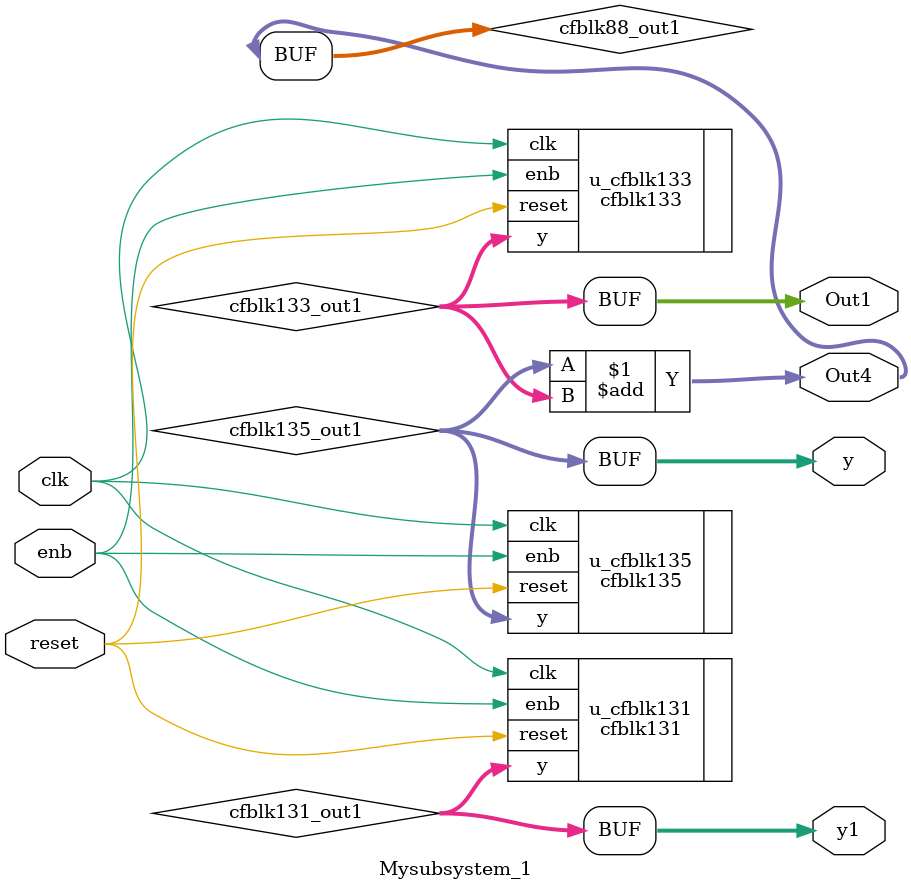
<source format=v>



`timescale 1 ns / 1 ns

module Mysubsystem_1
          (clk,
           reset,
           enb,
           Out1,
           y,
           y1,
           Out4);


  input   clk;
  input   reset;
  input   enb;
  output  [7:0] Out1;  // uint8
  output  [7:0] y;  // uint8
  output  [7:0] y1;  // uint8
  output  [7:0] Out4;  // uint8


  wire [7:0] cfblk133_out1;  // uint8
  wire [7:0] cfblk135_out1;  // uint8
  wire [7:0] cfblk131_out1;  // uint8
  wire [7:0] cfblk88_out1;  // uint8


  cfblk133 u_cfblk133 (.clk(clk),
                       .reset(reset),
                       .enb(enb),
                       .y(cfblk133_out1)  // uint8
                       );

  assign Out1 = cfblk133_out1;

  cfblk135 u_cfblk135 (.clk(clk),
                       .reset(reset),
                       .enb(enb),
                       .y(cfblk135_out1)  // uint8
                       );

  assign y = cfblk135_out1;

  cfblk131 u_cfblk131 (.clk(clk),
                       .reset(reset),
                       .enb(enb),
                       .y(cfblk131_out1)  // uint8
                       );

  assign y1 = cfblk131_out1;

  assign cfblk88_out1 = cfblk135_out1 + cfblk133_out1;



  assign Out4 = cfblk88_out1;

endmodule  // Mysubsystem_1


</source>
